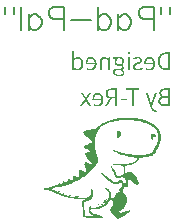
<source format=gbo>
G04 Layer: BottomSilkscreenLayer*
G04 EasyEDA v6.5.5, 2022-07-09 13:00:11*
G04 71ddd04add3b4de38a8b36f784c4d6f3,20d39a695127413eb41274384cfbb926,10*
G04 Gerber Generator version 0.2*
G04 Scale: 100 percent, Rotated: No, Reflected: No *
G04 Dimensions in millimeters *
G04 leading zeros omitted , absolute positions ,4 integer and 5 decimal *
%FSLAX45Y45*%
%MOMM*%

%ADD32C,0.2032*%

%LPD*%
G36*
X1824634Y8003641D02*
G01*
X1810766Y8003336D01*
X1796846Y8002727D01*
X1783029Y8001812D01*
X1769262Y8000492D01*
X1755648Y7998917D01*
X1742186Y7996986D01*
X1728876Y7994751D01*
X1715820Y7992211D01*
X1703019Y7989366D01*
X1690522Y7986268D01*
X1678330Y7982915D01*
X1666544Y7979257D01*
X1655114Y7975346D01*
X1644142Y7971180D01*
X1633626Y7966760D01*
X1623669Y7962138D01*
X1614220Y7957312D01*
X1605330Y7952231D01*
X1597101Y7946948D01*
X1589481Y7941462D01*
X1582572Y7935772D01*
X1576374Y7929930D01*
X1567484Y7921040D01*
X1563674Y7917637D01*
X1560068Y7914843D01*
X1556410Y7912557D01*
X1552448Y7910626D01*
X1548079Y7909001D01*
X1542999Y7907629D01*
X1537004Y7906359D01*
X1521510Y7903870D01*
X1502359Y7901178D01*
X1486306Y7898434D01*
X1473200Y7895539D01*
X1467764Y7894015D01*
X1463090Y7892389D01*
X1459128Y7890611D01*
X1455877Y7888782D01*
X1453337Y7886750D01*
X1451508Y7884617D01*
X1450441Y7882280D01*
X1450035Y7879791D01*
X1450340Y7877098D01*
X1451305Y7874152D01*
X1452981Y7871002D01*
X1455369Y7867599D01*
X1458417Y7863941D01*
X1462125Y7859979D01*
X1471574Y7851190D01*
X1483664Y7841132D01*
X1498600Y7829245D01*
X1512671Y7817612D01*
X1523339Y7808112D01*
X1529283Y7801965D01*
X1530045Y7800441D01*
X1529334Y7799324D01*
X1527251Y7797698D01*
X1519529Y7793380D01*
X1508099Y7788097D01*
X1478534Y7775956D01*
X1472285Y7773009D01*
X1467104Y7770215D01*
X1462938Y7767523D01*
X1459788Y7764881D01*
X1457706Y7762240D01*
X1456588Y7759649D01*
X1456537Y7757007D01*
X1457452Y7754315D01*
X1459331Y7751470D01*
X1462227Y7748524D01*
X1466088Y7745425D01*
X1470964Y7742123D01*
X1483512Y7734706D01*
X1497584Y7726781D01*
X1502613Y7723682D01*
X1506321Y7721041D01*
X1508709Y7718907D01*
X1509826Y7717078D01*
X1509674Y7715656D01*
X1508252Y7714437D01*
X1505610Y7713421D01*
X1501749Y7712557D01*
X1484325Y7710170D01*
X1479042Y7709153D01*
X1474622Y7707884D01*
X1471066Y7706309D01*
X1468374Y7704378D01*
X1466545Y7702092D01*
X1465630Y7699400D01*
X1465580Y7696301D01*
X1466392Y7692644D01*
X1468120Y7688478D01*
X1470761Y7683703D01*
X1474266Y7678318D01*
X1484071Y7665567D01*
X1511808Y7633309D01*
X1516837Y7627112D01*
X1520494Y7622184D01*
X1522780Y7618475D01*
X1523695Y7615834D01*
X1523187Y7614310D01*
X1521358Y7613700D01*
X1518208Y7614056D01*
X1513687Y7615224D01*
X1487779Y7624064D01*
X1482394Y7625384D01*
X1477619Y7626197D01*
X1473504Y7626400D01*
X1469999Y7626045D01*
X1467053Y7625130D01*
X1464716Y7623556D01*
X1462938Y7621371D01*
X1461719Y7618526D01*
X1461008Y7615072D01*
X1460855Y7610906D01*
X1461109Y7606030D01*
X1461922Y7600492D01*
X1463141Y7594193D01*
X1470152Y7564983D01*
X1471168Y7559548D01*
X1471726Y7555077D01*
X1471879Y7551420D01*
X1471523Y7548625D01*
X1470660Y7546644D01*
X1469237Y7545425D01*
X1467256Y7544917D01*
X1464665Y7545120D01*
X1461414Y7545933D01*
X1453032Y7549388D01*
X1435862Y7557820D01*
X1430782Y7559954D01*
X1426514Y7561325D01*
X1423009Y7561783D01*
X1420215Y7561325D01*
X1418082Y7559954D01*
X1416558Y7557566D01*
X1415542Y7554112D01*
X1415084Y7549540D01*
X1415034Y7543800D01*
X1415440Y7536891D01*
X1416812Y7521194D01*
X1417066Y7514793D01*
X1416862Y7509408D01*
X1416202Y7505090D01*
X1415135Y7501788D01*
X1413560Y7499553D01*
X1411528Y7498232D01*
X1408938Y7497927D01*
X1405839Y7498537D01*
X1402181Y7500112D01*
X1398016Y7502652D01*
X1393240Y7506004D01*
X1384604Y7510881D01*
X1376476Y7512761D01*
X1370330Y7511592D01*
X1367688Y7507325D01*
X1366723Y7498689D01*
X1365046Y7489240D01*
X1363065Y7481265D01*
X1361389Y7477150D01*
X1359560Y7477099D01*
X1355902Y7478115D01*
X1350924Y7480096D01*
X1339138Y7485735D01*
X1334160Y7487462D01*
X1330147Y7487920D01*
X1326946Y7487107D01*
X1324406Y7484872D01*
X1322324Y7481214D01*
X1320596Y7475981D01*
X1317193Y7460081D01*
X1314805Y7456068D01*
X1310589Y7456373D01*
X1296568Y7463129D01*
X1291437Y7465212D01*
X1287221Y7466177D01*
X1283868Y7465974D01*
X1281125Y7464602D01*
X1278788Y7461961D01*
X1276705Y7457998D01*
X1271676Y7444841D01*
X1268882Y7441539D01*
X1264818Y7442200D01*
X1251966Y7449972D01*
X1247800Y7451394D01*
X1244904Y7450581D01*
X1242466Y7447686D01*
X1235456Y7436408D01*
X1230934Y7431227D01*
X1227175Y7430871D01*
X1218184Y7437018D01*
X1214374Y7437424D01*
X1209954Y7435240D01*
X1202080Y7428585D01*
X1195984Y7425181D01*
X1187450Y7421575D01*
X1176782Y7417917D01*
X1164183Y7414209D01*
X1149959Y7410551D01*
X1140474Y7408418D01*
X1182166Y7408418D01*
X1183182Y7409434D01*
X1186891Y7410246D01*
X1193444Y7411110D01*
X1227785Y7414209D01*
X1239215Y7415682D01*
X1250797Y7417612D01*
X1262430Y7419848D01*
X1274114Y7422438D01*
X1285900Y7425436D01*
X1297635Y7428738D01*
X1309420Y7432344D01*
X1321206Y7436307D01*
X1332941Y7440574D01*
X1344625Y7445146D01*
X1356258Y7449972D01*
X1367790Y7455103D01*
X1390599Y7466177D01*
X1412900Y7478268D01*
X1434490Y7491272D01*
X1445006Y7498080D01*
X1455318Y7505141D01*
X1465376Y7512354D01*
X1475181Y7519720D01*
X1484731Y7527290D01*
X1494028Y7535062D01*
X1502968Y7542936D01*
X1511604Y7550962D01*
X1519936Y7559141D01*
X1527860Y7567422D01*
X1535430Y7575803D01*
X1542643Y7584287D01*
X1549400Y7592923D01*
X1555800Y7601559D01*
X1561693Y7610348D01*
X1565605Y7616850D01*
X1569059Y7623352D01*
X1571904Y7629855D01*
X1574241Y7636205D01*
X1576019Y7642453D01*
X1577289Y7648448D01*
X1577949Y7654188D01*
X1578000Y7659624D01*
X1577492Y7664602D01*
X1576374Y7669174D01*
X1574698Y7673238D01*
X1570685Y7679080D01*
X1569059Y7682179D01*
X1565808Y7690358D01*
X1562608Y7700822D01*
X1559610Y7713014D01*
X1556918Y7726476D01*
X1554530Y7740700D01*
X1552651Y7755178D01*
X1551279Y7769504D01*
X1550568Y7783118D01*
X1550568Y7795514D01*
X1551228Y7808874D01*
X1552295Y7821523D01*
X1553819Y7833563D01*
X1555750Y7844942D01*
X1558137Y7855712D01*
X1560982Y7865922D01*
X1564386Y7875574D01*
X1568297Y7884668D01*
X1572717Y7893253D01*
X1577746Y7901330D01*
X1583334Y7908899D01*
X1589582Y7916062D01*
X1596390Y7922768D01*
X1603857Y7929067D01*
X1612036Y7935010D01*
X1620875Y7940548D01*
X1630375Y7945729D01*
X1640687Y7950606D01*
X1651711Y7955178D01*
X1663496Y7959496D01*
X1676044Y7963509D01*
X1689455Y7967319D01*
X1703679Y7970875D01*
X1718716Y7974279D01*
X1730857Y7976616D01*
X1743303Y7978648D01*
X1755952Y7980324D01*
X1768856Y7981645D01*
X1781911Y7982661D01*
X1795068Y7983321D01*
X1808378Y7983626D01*
X1821738Y7983677D01*
X1835099Y7983372D01*
X1848408Y7982762D01*
X1861718Y7981848D01*
X1874926Y7980680D01*
X1888032Y7979156D01*
X1907336Y7976412D01*
X1919935Y7974228D01*
X1932330Y7971739D01*
X1944370Y7968996D01*
X1956104Y7965998D01*
X1967484Y7962747D01*
X1978456Y7959242D01*
X1988972Y7955483D01*
X1999030Y7951520D01*
X2008581Y7947304D01*
X2017522Y7942884D01*
X2025954Y7938211D01*
X2033727Y7933283D01*
X2040839Y7928203D01*
X2048967Y7921447D01*
X2057806Y7912963D01*
X2061768Y7908645D01*
X2065426Y7904276D01*
X2068830Y7899806D01*
X2071928Y7895285D01*
X2074722Y7890713D01*
X2077262Y7886039D01*
X2079498Y7881264D01*
X2081428Y7876438D01*
X2083054Y7871459D01*
X2084425Y7866430D01*
X2085492Y7861300D01*
X2086254Y7856067D01*
X2086762Y7850733D01*
X2086965Y7845247D01*
X2086508Y7833969D01*
X2085848Y7828127D01*
X2083663Y7816088D01*
X2082139Y7809839D01*
X2078228Y7796936D01*
X2073198Y7783423D01*
X2067001Y7769250D01*
X2059686Y7754416D01*
X2051151Y7738719D01*
X2043531Y7725409D01*
X2040077Y7720025D01*
X2036673Y7715402D01*
X2033320Y7711389D01*
X2029764Y7707985D01*
X2026005Y7705090D01*
X2021839Y7702600D01*
X2017268Y7700467D01*
X2012035Y7698638D01*
X2006142Y7696962D01*
X1991766Y7693914D01*
X1973173Y7690713D01*
X1963724Y7689392D01*
X1953514Y7688478D01*
X1942642Y7687970D01*
X1931111Y7687767D01*
X1919071Y7687919D01*
X1906574Y7688427D01*
X1893773Y7689240D01*
X1880616Y7690358D01*
X1853895Y7693456D01*
X1840433Y7695438D01*
X1813763Y7700111D01*
X1800707Y7702803D01*
X1775612Y7708849D01*
X1763725Y7712151D01*
X1752346Y7715656D01*
X1741678Y7719314D01*
X1731670Y7723073D01*
X1722475Y7727035D01*
X1714144Y7731099D01*
X1706981Y7734198D01*
X1701495Y7735163D01*
X1697989Y7733944D01*
X1696720Y7730693D01*
X1697075Y7729270D01*
X1697989Y7727746D01*
X1699514Y7726070D01*
X1704289Y7722412D01*
X1711045Y7718348D01*
X1719580Y7713980D01*
X1729689Y7709408D01*
X1741068Y7704683D01*
X1753565Y7699908D01*
X1780743Y7690510D01*
X1795018Y7686090D01*
X1809394Y7681975D01*
X1823618Y7678216D01*
X1837537Y7674864D01*
X1850847Y7672120D01*
X1863343Y7669936D01*
X1895348Y7665567D01*
X1900631Y7664500D01*
X1904390Y7663332D01*
X1906727Y7661909D01*
X1907692Y7660284D01*
X1907387Y7658201D01*
X1905965Y7655661D01*
X1903526Y7652562D01*
X1895906Y7644282D01*
X1889302Y7637780D01*
X1882444Y7632141D01*
X1875078Y7627264D01*
X1867001Y7623200D01*
X1858111Y7619796D01*
X1853336Y7618323D01*
X1842871Y7615936D01*
X1831086Y7614158D01*
X1817928Y7612938D01*
X1803095Y7612227D01*
X1786483Y7612024D01*
X1732838Y7613040D01*
X1719884Y7612989D01*
X1709877Y7612684D01*
X1702917Y7612125D01*
X1698955Y7611364D01*
X1698091Y7610906D01*
X1698040Y7610398D01*
X1698701Y7609890D01*
X1700174Y7609281D01*
X1705457Y7608062D01*
X1713890Y7606741D01*
X1725472Y7605318D01*
X1756359Y7602524D01*
X1768754Y7601000D01*
X1773834Y7599984D01*
X1778254Y7598714D01*
X1782013Y7597140D01*
X1785213Y7595209D01*
X1787855Y7592872D01*
X1790090Y7590078D01*
X1791919Y7586675D01*
X1793341Y7582712D01*
X1794560Y7578090D01*
X1795475Y7572756D01*
X1796897Y7559649D01*
X1799488Y7523276D01*
X1764995Y7513320D01*
X1758238Y7511592D01*
X1752498Y7510576D01*
X1747570Y7510322D01*
X1743354Y7511034D01*
X1739544Y7512812D01*
X1736039Y7515707D01*
X1732635Y7519924D01*
X1729079Y7525562D01*
X1725218Y7532725D01*
X1715922Y7552181D01*
X1707896Y7568336D01*
X1700987Y7580528D01*
X1697989Y7585049D01*
X1695348Y7588503D01*
X1693011Y7590891D01*
X1691081Y7592110D01*
X1689506Y7592212D01*
X1688388Y7591145D01*
X1687728Y7588859D01*
X1687474Y7585405D01*
X1687779Y7583373D01*
X1690217Y7575753D01*
X1694688Y7564170D01*
X1700834Y7549438D01*
X1708302Y7532471D01*
X1721154Y7504887D01*
X1724101Y7500264D01*
X1727962Y7496505D01*
X1732635Y7493660D01*
X1737969Y7491780D01*
X1743862Y7490866D01*
X1750161Y7491018D01*
X1756765Y7492136D01*
X1763522Y7494371D01*
X1769160Y7496505D01*
X1774342Y7498080D01*
X1779168Y7499045D01*
X1783588Y7499400D01*
X1787702Y7499197D01*
X1791411Y7498283D01*
X1794865Y7496759D01*
X1798015Y7494574D01*
X1800860Y7491679D01*
X1803450Y7488072D01*
X1805838Y7483754D01*
X1808022Y7478674D01*
X1810004Y7472832D01*
X1811832Y7466228D01*
X1813509Y7458811D01*
X1818233Y7432090D01*
X1801520Y7448042D01*
X1794814Y7454849D01*
X1788922Y7461605D01*
X1784502Y7467600D01*
X1780590Y7474813D01*
X1777898Y7476591D01*
X1774139Y7477302D01*
X1769364Y7476896D01*
X1763572Y7475372D01*
X1756867Y7472781D01*
X1749145Y7469124D01*
X1737868Y7462977D01*
X1735124Y7461910D01*
X1732330Y7461097D01*
X1729384Y7460589D01*
X1726336Y7460437D01*
X1723136Y7460538D01*
X1716328Y7461808D01*
X1712671Y7462926D01*
X1704797Y7466279D01*
X1700530Y7468463D01*
X1691335Y7474000D01*
X1681175Y7481062D01*
X1669846Y7489698D01*
X1657299Y7500010D01*
X1643380Y7512050D01*
X1628089Y7525867D01*
X1619453Y7532370D01*
X1611782Y7535773D01*
X1606245Y7535824D01*
X1604162Y7532116D01*
X1604873Y7530592D01*
X1607058Y7527747D01*
X1614982Y7518958D01*
X1626717Y7507071D01*
X1641043Y7493253D01*
X1655622Y7480046D01*
X1669389Y7468616D01*
X1682242Y7459065D01*
X1694180Y7451344D01*
X1699768Y7448194D01*
X1710232Y7443317D01*
X1715058Y7441590D01*
X1719681Y7440320D01*
X1723948Y7439558D01*
X1728012Y7439253D01*
X1731772Y7439456D01*
X1735226Y7440117D01*
X1738375Y7441285D01*
X1741271Y7442962D01*
X1752803Y7452766D01*
X1761032Y7457186D01*
X1767941Y7458252D01*
X1773224Y7455814D01*
X1775764Y7452817D01*
X1781708Y7443876D01*
X1786737Y7434834D01*
X1788109Y7431582D01*
X1788363Y7430058D01*
X1784451Y7432243D01*
X1781759Y7432141D01*
X1779371Y7430566D01*
X1777288Y7427925D01*
X1775815Y7424369D01*
X1774952Y7420254D01*
X1775002Y7415784D01*
X1776018Y7411262D01*
X1778203Y7404912D01*
X1778558Y7402525D01*
X1776780Y7403947D01*
X1768449Y7414056D01*
X1766570Y7415631D01*
X1766671Y7413599D01*
X1768297Y7407808D01*
X1769211Y7403541D01*
X1769211Y7400239D01*
X1768297Y7398105D01*
X1766468Y7397394D01*
X1764588Y7397851D01*
X1762963Y7399070D01*
X1761896Y7400899D01*
X1761540Y7403185D01*
X1760982Y7404353D01*
X1759457Y7403338D01*
X1757273Y7400391D01*
X1754581Y7395667D01*
X1749907Y7386421D01*
X1748078Y7381392D01*
X1748942Y7379258D01*
X1752295Y7378852D01*
X1753971Y7379258D01*
X1755190Y7380376D01*
X1755851Y7382052D01*
X1755749Y7386269D01*
X1756664Y7388352D01*
X1758238Y7390180D01*
X1760372Y7391400D01*
X1765300Y7390942D01*
X1766011Y7386116D01*
X1763014Y7379665D01*
X1756918Y7374229D01*
X1753311Y7372502D01*
X1750364Y7371486D01*
X1748383Y7371283D01*
X1746910Y7372553D01*
X1744929Y7372299D01*
X1741982Y7371334D01*
X1738375Y7369606D01*
X1734820Y7367066D01*
X1732025Y7363764D01*
X1730197Y7360158D01*
X1729689Y7356703D01*
X1730044Y7352588D01*
X1730451Y7351217D01*
X1731162Y7352639D01*
X1732330Y7356856D01*
X1733702Y7360005D01*
X1735988Y7362596D01*
X1738782Y7364323D01*
X1741779Y7364984D01*
X1745234Y7364628D01*
X1746250Y7363256D01*
X1744675Y7360361D01*
X1740458Y7355433D01*
X1735937Y7351318D01*
X1731111Y7348778D01*
X1725879Y7347813D01*
X1720088Y7348321D01*
X1713484Y7349286D01*
X1712772Y7348981D01*
X1716125Y7346797D01*
X1717344Y7344968D01*
X1717598Y7342835D01*
X1716887Y7340701D01*
X1716024Y7338923D01*
X1716176Y7338059D01*
X1717192Y7338059D01*
X1721256Y7340142D01*
X1722932Y7340650D01*
X1724101Y7340600D01*
X1724507Y7339888D01*
X1723034Y7338212D01*
X1719021Y7335469D01*
X1713331Y7332014D01*
X1699666Y7324699D01*
X1693316Y7321600D01*
X1688185Y7319467D01*
X1685086Y7318654D01*
X1684375Y7319264D01*
X1684426Y7320838D01*
X1685137Y7323226D01*
X1688338Y7330338D01*
X1689404Y7335215D01*
X1689709Y7340549D01*
X1689404Y7346289D01*
X1688490Y7352284D01*
X1687017Y7358481D01*
X1685036Y7364730D01*
X1682597Y7370927D01*
X1679752Y7376972D01*
X1676501Y7382764D01*
X1672945Y7388148D01*
X1669135Y7393025D01*
X1665122Y7397343D01*
X1660906Y7400950D01*
X1656537Y7403744D01*
X1652117Y7405624D01*
X1645005Y7407452D01*
X1639722Y7408113D01*
X1636268Y7407706D01*
X1634744Y7406335D01*
X1635048Y7404100D01*
X1637334Y7401153D01*
X1641602Y7397546D01*
X1652625Y7390384D01*
X1656740Y7386929D01*
X1660296Y7383119D01*
X1663293Y7378953D01*
X1665732Y7374432D01*
X1667560Y7369556D01*
X1668830Y7364272D01*
X1669592Y7358634D01*
X1669745Y7352538D01*
X1669389Y7346035D01*
X1668475Y7339126D01*
X1667002Y7331760D01*
X1664258Y7322312D01*
X1662531Y7317892D01*
X1660448Y7313574D01*
X1657908Y7309205D01*
X1654911Y7304786D01*
X1651355Y7300112D01*
X1647189Y7295184D01*
X1636826Y7284161D01*
X1623212Y7270902D01*
X1619808Y7268006D01*
X1615795Y7265212D01*
X1611223Y7262418D01*
X1600708Y7257135D01*
X1588820Y7252309D01*
X1576120Y7248042D01*
X1563268Y7244435D01*
X1550720Y7241692D01*
X1539189Y7239863D01*
X1533956Y7239355D01*
X1524914Y7239203D01*
X1521256Y7239609D01*
X1518259Y7240371D01*
X1516024Y7241438D01*
X1514602Y7242860D01*
X1514094Y7244689D01*
X1514500Y7246924D01*
X1514398Y7252360D01*
X1510182Y7253833D01*
X1504442Y7251547D01*
X1499768Y7245756D01*
X1497736Y7240219D01*
X1496314Y7234681D01*
X1495653Y7229144D01*
X1495552Y7223759D01*
X1496161Y7218476D01*
X1497330Y7213295D01*
X1499108Y7208316D01*
X1501495Y7203490D01*
X1504442Y7198969D01*
X1507896Y7194651D01*
X1511909Y7190638D01*
X1516430Y7186930D01*
X1521460Y7183577D01*
X1526946Y7180630D01*
X1532940Y7178090D01*
X1543659Y7174636D01*
X1546199Y7173569D01*
X1546656Y7172756D01*
X1544980Y7172096D01*
X1540967Y7171639D01*
X1525117Y7171080D01*
X1489964Y7170928D01*
X1484325Y7171232D01*
X1479550Y7171791D01*
X1475587Y7172706D01*
X1472285Y7174026D01*
X1469694Y7175855D01*
X1467612Y7178243D01*
X1466037Y7181240D01*
X1464818Y7184948D01*
X1463954Y7189419D01*
X1462836Y7200950D01*
X1462074Y7216444D01*
X1461058Y7231329D01*
X1459534Y7246010D01*
X1457756Y7258659D01*
X1454404Y7274356D01*
X1454048Y7279894D01*
X1455013Y7284415D01*
X1457350Y7288072D01*
X1461211Y7291070D01*
X1466748Y7293508D01*
X1474063Y7295489D01*
X1483360Y7297216D01*
X1488287Y7298436D01*
X1493367Y7300366D01*
X1498549Y7303008D01*
X1503629Y7306208D01*
X1508607Y7309916D01*
X1513382Y7314082D01*
X1517853Y7318603D01*
X1521968Y7323328D01*
X1525524Y7328306D01*
X1528572Y7333335D01*
X1530959Y7338364D01*
X1532585Y7343343D01*
X1533652Y7348677D01*
X1534312Y7354468D01*
X1534668Y7360615D01*
X1534668Y7366863D01*
X1533753Y7379004D01*
X1532890Y7384592D01*
X1531772Y7389520D01*
X1530451Y7393686D01*
X1528927Y7396886D01*
X1527251Y7398969D01*
X1525422Y7399680D01*
X1522526Y7399020D01*
X1520647Y7397089D01*
X1519732Y7393889D01*
X1519885Y7389520D01*
X1520494Y7383272D01*
X1520494Y7377175D01*
X1519986Y7371334D01*
X1518970Y7365746D01*
X1517396Y7360412D01*
X1515364Y7355433D01*
X1512824Y7350709D01*
X1509877Y7346391D01*
X1506474Y7342428D01*
X1502664Y7338872D01*
X1498447Y7335723D01*
X1493875Y7333030D01*
X1488948Y7330795D01*
X1483664Y7329068D01*
X1478076Y7327849D01*
X1472184Y7327188D01*
X1457706Y7326630D01*
X1442059Y7326477D01*
X1426260Y7326680D01*
X1411224Y7327239D01*
X1398016Y7328103D01*
X1387652Y7329220D01*
X1380998Y7330490D01*
X1379474Y7331202D01*
X1379220Y7331913D01*
X1381455Y7333386D01*
X1385722Y7334351D01*
X1391462Y7334808D01*
X1404315Y7334402D01*
X1409547Y7334808D01*
X1413052Y7335723D01*
X1414322Y7337094D01*
X1412900Y7338669D01*
X1408988Y7340244D01*
X1403248Y7341616D01*
X1396187Y7342581D01*
X1389278Y7342987D01*
X1383944Y7342886D01*
X1380642Y7342276D01*
X1379982Y7341209D01*
X1380134Y7339838D01*
X1379169Y7338263D01*
X1377238Y7336688D01*
X1374546Y7335367D01*
X1369923Y7333996D01*
X1364589Y7333132D01*
X1358900Y7332675D01*
X1353261Y7332725D01*
X1348028Y7333132D01*
X1343507Y7333996D01*
X1340104Y7335266D01*
X1338122Y7336942D01*
X1338173Y7338517D01*
X1340510Y7339634D01*
X1344777Y7340092D01*
X1355598Y7339431D01*
X1358188Y7339431D01*
X1358087Y7339736D01*
X1351330Y7341565D01*
X1348587Y7343140D01*
X1347165Y7344918D01*
X1347470Y7350048D01*
X1343609Y7350963D01*
X1337868Y7349591D01*
X1331010Y7345070D01*
X1328978Y7344460D01*
X1326438Y7344156D01*
X1323289Y7344105D01*
X1315618Y7345019D01*
X1306068Y7347051D01*
X1294892Y7350150D01*
X1282344Y7354316D01*
X1268577Y7359446D01*
X1253845Y7365441D01*
X1238300Y7372299D01*
X1222197Y7379919D01*
X1201978Y7390079D01*
X1195120Y7393787D01*
X1190447Y7396683D01*
X1187856Y7398664D01*
X1187297Y7399883D01*
X1188720Y7400290D01*
X1192123Y7399985D01*
X1208278Y7397445D01*
X1186891Y7405674D01*
X1183487Y7407198D01*
X1182166Y7408418D01*
X1140474Y7408418D01*
X1121016Y7404455D01*
X1157224Y7404455D01*
X1157833Y7405217D01*
X1160272Y7405725D01*
X1164336Y7405878D01*
X1168349Y7405725D01*
X1170787Y7405217D01*
X1171448Y7404455D01*
X1170127Y7403592D01*
X1167384Y7402830D01*
X1164336Y7402626D01*
X1161237Y7402830D01*
X1158544Y7403592D01*
X1157224Y7404455D01*
X1121016Y7404455D01*
X1109167Y7402322D01*
X1107490Y7401712D01*
X1107744Y7400848D01*
X1109929Y7399680D01*
X1113891Y7398308D01*
X1126896Y7394956D01*
X1146098Y7390942D01*
X1157020Y7388402D01*
X1169873Y7384694D01*
X1183944Y7380020D01*
X1198626Y7374636D01*
X1213104Y7368794D01*
X1239316Y7357008D01*
X1263345Y7346899D01*
X1274927Y7342479D01*
X1286357Y7338415D01*
X1297635Y7334707D01*
X1308862Y7331405D01*
X1320088Y7328408D01*
X1331366Y7325766D01*
X1342745Y7323429D01*
X1354328Y7321397D01*
X1366062Y7319670D01*
X1378153Y7318197D01*
X1390548Y7316978D01*
X1403350Y7316012D01*
X1436624Y7314234D01*
X1451203Y7313269D01*
X1460652Y7312202D01*
X1463598Y7311694D01*
X1465326Y7311136D01*
X1466037Y7310526D01*
X1465630Y7309916D01*
X1464259Y7309256D01*
X1456944Y7307021D01*
X1452676Y7305192D01*
X1449019Y7303008D01*
X1445971Y7300468D01*
X1443532Y7297521D01*
X1441653Y7294168D01*
X1440383Y7290308D01*
X1439621Y7285939D01*
X1439418Y7281011D01*
X1439672Y7275474D01*
X1440484Y7269378D01*
X1442770Y7257288D01*
X1444548Y7244283D01*
X1445869Y7229398D01*
X1446631Y7214565D01*
X1446682Y7192924D01*
X1446885Y7184948D01*
X1447596Y7178243D01*
X1448257Y7175398D01*
X1449120Y7172807D01*
X1450238Y7170470D01*
X1451711Y7168388D01*
X1453489Y7166508D01*
X1455623Y7164882D01*
X1458214Y7163460D01*
X1461211Y7162190D01*
X1464716Y7161072D01*
X1473250Y7159294D01*
X1484122Y7157974D01*
X1497634Y7156958D01*
X1533652Y7155332D01*
X1580184Y7153656D01*
X1597660Y7153351D01*
X1609801Y7153605D01*
X1614170Y7153960D01*
X1617472Y7154468D01*
X1619910Y7155129D01*
X1621485Y7155942D01*
X1622399Y7156958D01*
X1622653Y7158126D01*
X1621942Y7161022D01*
X1619808Y7163816D01*
X1616151Y7166660D01*
X1610766Y7169505D01*
X1603705Y7172452D01*
X1594764Y7175550D01*
X1583842Y7178802D01*
X1561896Y7184745D01*
X1546555Y7189470D01*
X1540154Y7191857D01*
X1534464Y7194245D01*
X1529537Y7196683D01*
X1525320Y7199172D01*
X1521815Y7201763D01*
X1518869Y7204456D01*
X1516532Y7207250D01*
X1514754Y7210196D01*
X1513484Y7213295D01*
X1512112Y7217867D01*
X1511503Y7221321D01*
X1512163Y7223759D01*
X1514398Y7225487D01*
X1518767Y7226553D01*
X1525625Y7227214D01*
X1548587Y7228027D01*
X1561592Y7228890D01*
X1567992Y7229754D01*
X1574292Y7230872D01*
X1580540Y7232243D01*
X1586687Y7233869D01*
X1592783Y7235748D01*
X1604568Y7240219D01*
X1615897Y7245705D01*
X1626616Y7252106D01*
X1631797Y7255611D01*
X1636776Y7259370D01*
X1641551Y7263333D01*
X1646224Y7267549D01*
X1650644Y7271918D01*
X1658924Y7281316D01*
X1670456Y7295388D01*
X1675028Y7300468D01*
X1678939Y7304328D01*
X1682242Y7306970D01*
X1685137Y7308443D01*
X1687728Y7308799D01*
X1690014Y7308088D01*
X1692249Y7306309D01*
X1694484Y7303516D01*
X1696770Y7299756D01*
X1699310Y7295032D01*
X1702104Y7288733D01*
X1703781Y7282688D01*
X1704339Y7276744D01*
X1703781Y7270800D01*
X1702054Y7264806D01*
X1699158Y7258659D01*
X1695094Y7252258D01*
X1684731Y7238847D01*
X1681225Y7232903D01*
X1679346Y7227316D01*
X1679041Y7221931D01*
X1680413Y7216546D01*
X1683410Y7210907D01*
X1688033Y7204913D01*
X1697939Y7194803D01*
X1705610Y7186472D01*
X1713331Y7177328D01*
X1720240Y7168540D01*
X1726742Y7159701D01*
X1730349Y7155688D01*
X1734007Y7152640D01*
X1737766Y7150404D01*
X1741728Y7149134D01*
X1745996Y7148728D01*
X1750568Y7149236D01*
X1755597Y7150608D01*
X1761134Y7152944D01*
X1767230Y7156145D01*
X1774037Y7160259D01*
X1796491Y7175347D01*
X1831238Y7197750D01*
X1840839Y7204608D01*
X1844446Y7207554D01*
X1847240Y7210145D01*
X1849221Y7212431D01*
X1850389Y7214362D01*
X1850847Y7215987D01*
X1850491Y7217206D01*
X1849424Y7218121D01*
X1847545Y7218680D01*
X1845005Y7218832D01*
X1841652Y7218680D01*
X1832914Y7217206D01*
X1821332Y7214209D01*
X1807006Y7209688D01*
X1792020Y7204608D01*
X1785518Y7202881D01*
X1779371Y7201611D01*
X1773682Y7200849D01*
X1768551Y7200544D01*
X1763979Y7200595D01*
X1760067Y7201103D01*
X1756918Y7201916D01*
X1754530Y7203135D01*
X1753006Y7204608D01*
X1752396Y7206437D01*
X1752803Y7208469D01*
X1754276Y7210755D01*
X1756867Y7213295D01*
X1760626Y7216038D01*
X1770583Y7221626D01*
X1775256Y7224623D01*
X1779727Y7227925D01*
X1783994Y7231481D01*
X1791817Y7239253D01*
X1795424Y7243470D01*
X1798828Y7247890D01*
X1804822Y7257186D01*
X1807514Y7262012D01*
X1812086Y7272070D01*
X1815642Y7282434D01*
X1818132Y7293000D01*
X1819605Y7303617D01*
X1819910Y7308900D01*
X1819910Y7314133D01*
X1819656Y7319314D01*
X1819097Y7324445D01*
X1818233Y7329474D01*
X1817065Y7334351D01*
X1815642Y7339126D01*
X1813864Y7343800D01*
X1811782Y7348270D01*
X1809394Y7352538D01*
X1806702Y7356652D01*
X1803654Y7360513D01*
X1795068Y7369708D01*
X1790852Y7374788D01*
X1787804Y7379360D01*
X1785772Y7383424D01*
X1784908Y7386980D01*
X1785061Y7390079D01*
X1786331Y7392619D01*
X1788718Y7394702D01*
X1790496Y7396784D01*
X1792427Y7400594D01*
X1794154Y7405624D01*
X1797456Y7419340D01*
X1799793Y7422743D01*
X1804111Y7422235D01*
X1811934Y7418476D01*
X1818589Y7415631D01*
X1824126Y7414514D01*
X1828393Y7415225D01*
X1831492Y7417663D01*
X1833422Y7421930D01*
X1834134Y7428026D01*
X1833676Y7435850D01*
X1830882Y7451852D01*
X1830374Y7457541D01*
X1830425Y7462469D01*
X1830984Y7466634D01*
X1832102Y7470089D01*
X1833727Y7472832D01*
X1835861Y7474762D01*
X1838452Y7475981D01*
X1841449Y7476388D01*
X1844903Y7476083D01*
X1848764Y7474966D01*
X1852980Y7473035D01*
X1857603Y7470343D01*
X1862531Y7466888D01*
X1867763Y7462570D01*
X1877872Y7453172D01*
X1886356Y7446060D01*
X1893976Y7440879D01*
X1900631Y7437475D01*
X1903577Y7436459D01*
X1906320Y7435799D01*
X1908810Y7435545D01*
X1911096Y7435697D01*
X1913077Y7436205D01*
X1914855Y7437069D01*
X1916379Y7438237D01*
X1917598Y7439761D01*
X1918614Y7441641D01*
X1919376Y7443774D01*
X1919884Y7446162D01*
X1920138Y7448854D01*
X1919833Y7455001D01*
X1918462Y7462062D01*
X1916023Y7469936D01*
X1912467Y7478522D01*
X1907844Y7487666D01*
X1902053Y7497267D01*
X1895144Y7507274D01*
X1887118Y7517536D01*
X1878228Y7527493D01*
X1873961Y7531557D01*
X1869795Y7535011D01*
X1865680Y7537754D01*
X1861515Y7539888D01*
X1857146Y7541412D01*
X1852574Y7542326D01*
X1847646Y7542733D01*
X1842312Y7542580D01*
X1836470Y7541920D01*
X1830019Y7540802D01*
X1807819Y7535519D01*
X1807819Y7554112D01*
X1807514Y7562240D01*
X1806600Y7570571D01*
X1805228Y7578140D01*
X1801622Y7590434D01*
X1803400Y7594142D01*
X1810613Y7596378D01*
X1832813Y7599375D01*
X1840230Y7600696D01*
X1847342Y7602270D01*
X1860753Y7606334D01*
X1867052Y7608824D01*
X1873148Y7611567D01*
X1878990Y7614615D01*
X1884578Y7617968D01*
X1889963Y7621625D01*
X1895093Y7625588D01*
X1900021Y7629855D01*
X1904746Y7634478D01*
X1909267Y7639354D01*
X1913585Y7644587D01*
X1921052Y7654645D01*
X1924202Y7658150D01*
X1927656Y7660792D01*
X1931771Y7662824D01*
X1937054Y7664348D01*
X1943862Y7665516D01*
X1977593Y7668869D01*
X1990039Y7670546D01*
X2001367Y7672628D01*
X2011680Y7675219D01*
X2021027Y7678420D01*
X2025446Y7680248D01*
X2029612Y7682280D01*
X2037537Y7687005D01*
X2044852Y7692593D01*
X2051710Y7699197D01*
X2058263Y7706918D01*
X2064512Y7715758D01*
X2070658Y7725918D01*
X2076805Y7737449D01*
X2083054Y7750454D01*
X2089505Y7765084D01*
X2096262Y7781340D01*
X2100021Y7791297D01*
X2103069Y7801102D01*
X2105456Y7810753D01*
X2107184Y7820253D01*
X2108200Y7829600D01*
X2108606Y7838795D01*
X2108352Y7847787D01*
X2107438Y7856626D01*
X2105914Y7865262D01*
X2103780Y7873695D01*
X2100986Y7881924D01*
X2097582Y7890002D01*
X2093569Y7897825D01*
X2088946Y7905394D01*
X2083714Y7912760D01*
X2077872Y7919923D01*
X2071522Y7926831D01*
X2064512Y7933486D01*
X2056993Y7939887D01*
X2048865Y7946034D01*
X2040178Y7951876D01*
X2030984Y7957464D01*
X2021230Y7962798D01*
X2010918Y7967827D01*
X2000046Y7972602D01*
X1988718Y7977022D01*
X1976831Y7981137D01*
X1964436Y7984998D01*
X1951532Y7988503D01*
X1938121Y7991652D01*
X1924202Y7994497D01*
X1909825Y7997037D01*
X1894941Y7999171D01*
X1879600Y8001000D01*
X1866036Y8002219D01*
X1852320Y8003082D01*
X1838502Y8003540D01*
G37*
G36*
X1754581Y7896656D02*
G01*
X1749907Y7896098D01*
X1742744Y7892592D01*
X1739950Y7890205D01*
X1737614Y7886395D01*
X1735734Y7881518D01*
X1734362Y7875879D01*
X1733448Y7869631D01*
X1733092Y7863179D01*
X1733143Y7856778D01*
X1733753Y7850682D01*
X1734870Y7845247D01*
X1736496Y7840624D01*
X1738680Y7837220D01*
X1741373Y7835239D01*
X1745792Y7834020D01*
X1750009Y7833817D01*
X1753920Y7834477D01*
X1757527Y7835950D01*
X1760778Y7838135D01*
X1763623Y7840980D01*
X1766112Y7844434D01*
X1768093Y7848346D01*
X1769618Y7852664D01*
X1770634Y7857286D01*
X1771040Y7862112D01*
X1770888Y7867142D01*
X1770125Y7872222D01*
X1768652Y7877302D01*
X1766468Y7882280D01*
X1763572Y7887106D01*
X1758543Y7893812D01*
G37*
G36*
X2040940Y7870291D02*
G01*
X2036572Y7869631D01*
X2032558Y7867903D01*
X2029053Y7865262D01*
X2026107Y7861706D01*
X2023872Y7857337D01*
X2022449Y7852206D01*
X2022043Y7846415D01*
X2022703Y7840014D01*
X2024227Y7833563D01*
X2026107Y7828076D01*
X2028240Y7823606D01*
X2030526Y7820152D01*
X2032914Y7817764D01*
X2035302Y7816494D01*
X2037537Y7816342D01*
X2039620Y7817307D01*
X2041347Y7819491D01*
X2042718Y7822895D01*
X2043633Y7827518D01*
X2044293Y7840370D01*
X2045868Y7843977D01*
X2049373Y7844840D01*
X2060092Y7842961D01*
X2063546Y7843164D01*
X2065832Y7844332D01*
X2066950Y7846314D01*
X2066899Y7849057D01*
X2065629Y7852511D01*
X2063140Y7856575D01*
X2059432Y7861147D01*
X2054910Y7865313D01*
X2050237Y7868208D01*
X2045563Y7869834D01*
G37*
G36*
X1236624Y7388098D02*
G01*
X1235557Y7387590D01*
X1236014Y7386116D01*
X1237843Y7383983D01*
X1240993Y7381341D01*
X1244854Y7378700D01*
X1248714Y7376515D01*
X1252118Y7375042D01*
X1254607Y7374534D01*
X1255674Y7375042D01*
X1255217Y7376515D01*
X1253388Y7378700D01*
X1250238Y7381341D01*
X1246378Y7383983D01*
X1242517Y7386116D01*
X1239113Y7387590D01*
G37*
G36*
X1284681Y7369606D02*
G01*
X1282903Y7369251D01*
X1281430Y7368235D01*
X1280414Y7366762D01*
X1280058Y7364984D01*
X1280414Y7363155D01*
X1281430Y7361681D01*
X1282903Y7360716D01*
X1284681Y7360361D01*
X1286510Y7360716D01*
X1287983Y7361681D01*
X1288948Y7363155D01*
X1289304Y7364984D01*
X1288948Y7366762D01*
X1287983Y7368235D01*
X1286510Y7369251D01*
G37*
G36*
X1301292Y7359954D02*
G01*
X1298041Y7359903D01*
X1295857Y7359396D01*
X1294841Y7358583D01*
X1295196Y7357516D01*
X1296771Y7356652D01*
X1298956Y7356297D01*
X1301496Y7356449D01*
X1304086Y7357160D01*
X1305966Y7358227D01*
X1306068Y7359040D01*
X1304493Y7359650D01*
G37*
G36*
X1313586Y7355382D02*
G01*
X1313129Y7354316D01*
X1314805Y7351064D01*
X1316329Y7349286D01*
X1318412Y7347813D01*
X1320800Y7346848D01*
X1323136Y7346543D01*
X1324914Y7346848D01*
X1325270Y7347813D01*
X1324203Y7349236D01*
X1321714Y7351064D01*
X1316380Y7354316D01*
G37*
G36*
X1430934Y7341463D02*
G01*
X1427683Y7341362D01*
X1425448Y7340904D01*
X1424432Y7340092D01*
X1424838Y7339025D01*
X1426413Y7338110D01*
X1428597Y7337755D01*
X1431137Y7337958D01*
X1433728Y7338669D01*
X1435608Y7339685D01*
X1435709Y7340549D01*
X1434134Y7341108D01*
G37*
G36*
X1653489Y7330795D02*
G01*
X1652168Y7329220D01*
X1650441Y7325614D01*
X1647342Y7317231D01*
X1646326Y7311898D01*
X1647342Y7310475D01*
X1650441Y7314031D01*
X1652168Y7317282D01*
X1653539Y7320991D01*
X1654403Y7324699D01*
X1654657Y7327950D01*
X1654302Y7330338D01*
G37*
G36*
X1631442Y7309408D02*
G01*
X1629613Y7308900D01*
X1628546Y7307529D01*
X1628190Y7305497D01*
X1628749Y7302957D01*
X1629003Y7299706D01*
X1627835Y7295540D01*
X1625498Y7291070D01*
X1622145Y7286752D01*
X1618284Y7282332D01*
X1616303Y7279284D01*
X1615948Y7277608D01*
X1617065Y7277303D01*
X1619554Y7278268D01*
X1623161Y7280554D01*
X1627733Y7284059D01*
X1633118Y7288784D01*
X1640941Y7296607D01*
X1645208Y7302042D01*
X1645462Y7304278D01*
X1639366Y7301738D01*
X1637893Y7301890D01*
X1636928Y7302855D01*
X1636115Y7306411D01*
X1635048Y7307986D01*
X1633423Y7309002D01*
G37*
G36*
X1607667Y7274559D02*
G01*
X1603349Y7274001D01*
X1601063Y7271512D01*
X1601876Y7267651D01*
X1603451Y7266228D01*
X1605788Y7265517D01*
X1608632Y7265517D01*
X1611630Y7266279D01*
X1614830Y7267803D01*
X1616100Y7269225D01*
X1615389Y7270800D01*
X1612849Y7272731D01*
G37*
G36*
X1581556Y7272375D02*
G01*
X1579524Y7272020D01*
X1577441Y7271003D01*
X1575511Y7269530D01*
X1574038Y7267752D01*
X1573276Y7265974D01*
X1573377Y7264501D01*
X1574241Y7263485D01*
X1575816Y7263130D01*
X1577848Y7263485D01*
X1579930Y7264501D01*
X1581810Y7265974D01*
X1583283Y7267752D01*
X1584045Y7269530D01*
X1583944Y7271003D01*
X1583131Y7272020D01*
G37*
G36*
X1357122Y8569198D02*
G01*
X1357122Y8434324D01*
X1373632Y8434324D01*
X1373632Y8493760D01*
X1380845Y8499297D01*
X1387805Y8503107D01*
X1394612Y8505240D01*
X1401572Y8505952D01*
X1406194Y8505596D01*
X1410563Y8504478D01*
X1414678Y8502751D01*
X1418539Y8500313D01*
X1422095Y8497316D01*
X1425244Y8493709D01*
X1428038Y8489594D01*
X1430375Y8484971D01*
X1432306Y8479891D01*
X1433677Y8474405D01*
X1434541Y8468512D01*
X1434846Y8462264D01*
X1434592Y8455761D01*
X1433931Y8449716D01*
X1432763Y8444128D01*
X1431137Y8439048D01*
X1429105Y8434476D01*
X1426616Y8430463D01*
X1423720Y8427008D01*
X1420418Y8424113D01*
X1416761Y8421827D01*
X1412646Y8420201D01*
X1408176Y8419185D01*
X1403350Y8418830D01*
X1395577Y8419846D01*
X1388110Y8422792D01*
X1380845Y8427618D01*
X1373632Y8434324D01*
X1357122Y8434324D01*
X1357122Y8407400D01*
X1370838Y8407400D01*
X1372108Y8420608D01*
X1372870Y8420608D01*
X1376273Y8417458D01*
X1379931Y8414512D01*
X1383893Y8411819D01*
X1388059Y8409482D01*
X1392428Y8407552D01*
X1397000Y8406130D01*
X1401775Y8405164D01*
X1406652Y8404860D01*
X1411732Y8405114D01*
X1416558Y8405825D01*
X1421130Y8406993D01*
X1425448Y8408670D01*
X1429461Y8410752D01*
X1433220Y8413292D01*
X1436624Y8416290D01*
X1439773Y8419744D01*
X1442567Y8423605D01*
X1445056Y8427923D01*
X1447139Y8432647D01*
X1448917Y8437778D01*
X1450289Y8443264D01*
X1451305Y8449208D01*
X1451914Y8455558D01*
X1452118Y8462264D01*
X1451864Y8468715D01*
X1451102Y8474862D01*
X1449882Y8480704D01*
X1448206Y8486190D01*
X1446123Y8491270D01*
X1443634Y8496046D01*
X1440840Y8500364D01*
X1437690Y8504326D01*
X1434236Y8507882D01*
X1430528Y8510981D01*
X1426565Y8513673D01*
X1422450Y8515858D01*
X1418132Y8517636D01*
X1413662Y8518906D01*
X1409039Y8519668D01*
X1404366Y8519922D01*
X1395374Y8519058D01*
X1387500Y8516518D01*
X1380134Y8512403D01*
X1372870Y8506968D01*
X1373632Y8526018D01*
X1373632Y8569198D01*
G37*
G36*
X1837689Y8563356D02*
G01*
X1833219Y8562594D01*
X1829612Y8560358D01*
X1827174Y8556802D01*
X1826260Y8552180D01*
X1827174Y8547404D01*
X1829612Y8543798D01*
X1833219Y8541512D01*
X1837689Y8540750D01*
X1842414Y8541512D01*
X1846122Y8543798D01*
X1848510Y8547404D01*
X1849374Y8552180D01*
X1848510Y8556802D01*
X1846122Y8560358D01*
X1842414Y8562594D01*
G37*
G36*
X2152396Y8556244D02*
G01*
X2145690Y8556040D01*
X2139340Y8555431D01*
X2133295Y8554415D01*
X2127605Y8553043D01*
X2122271Y8551265D01*
X2117242Y8549132D01*
X2112568Y8546592D01*
X2108250Y8543696D01*
X2104237Y8540445D01*
X2100580Y8536838D01*
X2097278Y8532825D01*
X2094280Y8528558D01*
X2091689Y8523884D01*
X2089404Y8518906D01*
X2087473Y8513572D01*
X2085898Y8507984D01*
X2084628Y8502040D01*
X2083765Y8495741D01*
X2083206Y8489188D01*
X2083054Y8482330D01*
X2100326Y8482330D01*
X2100529Y8489289D01*
X2101138Y8495842D01*
X2102205Y8501989D01*
X2103628Y8507780D01*
X2105507Y8513114D01*
X2107793Y8518042D01*
X2110486Y8522512D01*
X2113584Y8526576D01*
X2117140Y8530183D01*
X2121103Y8533333D01*
X2125522Y8536025D01*
X2130348Y8538260D01*
X2135581Y8539988D01*
X2141270Y8541258D01*
X2147366Y8542020D01*
X2153920Y8542274D01*
X2172208Y8542274D01*
X2172208Y8421116D01*
X2153920Y8421116D01*
X2147366Y8421370D01*
X2141270Y8422182D01*
X2135581Y8423503D01*
X2130348Y8425383D01*
X2125522Y8427669D01*
X2121103Y8430514D01*
X2117140Y8433765D01*
X2113584Y8437524D01*
X2110486Y8441690D01*
X2107793Y8446312D01*
X2105507Y8451342D01*
X2103628Y8456777D01*
X2102205Y8462619D01*
X2101138Y8468817D01*
X2100529Y8475421D01*
X2100326Y8482330D01*
X2083054Y8482330D01*
X2083206Y8475472D01*
X2083765Y8468868D01*
X2084628Y8462568D01*
X2085848Y8456574D01*
X2087473Y8450884D01*
X2089353Y8445550D01*
X2091639Y8440470D01*
X2094280Y8435746D01*
X2097227Y8431377D01*
X2100529Y8427364D01*
X2104136Y8423656D01*
X2108149Y8420303D01*
X2112416Y8417356D01*
X2117090Y8414766D01*
X2122068Y8412530D01*
X2127351Y8410702D01*
X2132990Y8409279D01*
X2138984Y8408212D01*
X2145284Y8407603D01*
X2151888Y8407400D01*
X2188972Y8407400D01*
X2188972Y8556244D01*
G37*
G36*
X2011172Y8519922D02*
G01*
X2004568Y8519515D01*
X1998472Y8518347D01*
X1992833Y8516366D01*
X1987804Y8513673D01*
X1983282Y8510270D01*
X1979320Y8506155D01*
X1975916Y8501430D01*
X1973072Y8496046D01*
X1970887Y8490000D01*
X1969262Y8483447D01*
X1968296Y8476284D01*
X1968082Y8470900D01*
X1982724Y8470900D01*
X1983232Y8479129D01*
X1984654Y8486292D01*
X1986991Y8492439D01*
X1990191Y8497468D01*
X1994255Y8501380D01*
X1999132Y8504174D01*
X2004771Y8505901D01*
X2011172Y8506460D01*
X2017166Y8505850D01*
X2022805Y8504072D01*
X2028088Y8501126D01*
X2032812Y8497062D01*
X2036876Y8491982D01*
X2040128Y8485886D01*
X2042515Y8478824D01*
X2043938Y8470900D01*
X1968082Y8470900D01*
X1968042Y8465820D01*
X1968398Y8460790D01*
X1968754Y8458708D01*
X2043684Y8458708D01*
X2043175Y8452764D01*
X2042058Y8447227D01*
X2040483Y8442045D01*
X2038400Y8437321D01*
X2035810Y8433054D01*
X2032812Y8429244D01*
X2029307Y8425942D01*
X2025446Y8423198D01*
X2021128Y8420963D01*
X2016455Y8419388D01*
X2011476Y8418423D01*
X2006092Y8418068D01*
X1998421Y8418677D01*
X1991309Y8420404D01*
X1984654Y8423198D01*
X1978406Y8426958D01*
X1972310Y8416036D01*
X1979726Y8411718D01*
X1983739Y8409838D01*
X1988007Y8408162D01*
X1992579Y8406790D01*
X1997405Y8405723D01*
X2002586Y8405114D01*
X2008124Y8404860D01*
X2013457Y8405114D01*
X2018690Y8405825D01*
X2023668Y8407044D01*
X2028494Y8408771D01*
X2033016Y8410905D01*
X2037334Y8413496D01*
X2041347Y8416544D01*
X2045004Y8420049D01*
X2048357Y8423960D01*
X2051354Y8428228D01*
X2053945Y8432952D01*
X2056130Y8438083D01*
X2057857Y8443569D01*
X2059127Y8449462D01*
X2059939Y8455660D01*
X2060193Y8462264D01*
X2059939Y8468766D01*
X2059127Y8474964D01*
X2057857Y8480806D01*
X2056130Y8486292D01*
X2053945Y8491372D01*
X2051405Y8496147D01*
X2048459Y8500465D01*
X2045207Y8504428D01*
X2041652Y8507933D01*
X2037842Y8511032D01*
X2033778Y8513724D01*
X2029561Y8515908D01*
X2025142Y8517636D01*
X2020570Y8518906D01*
X2015896Y8519668D01*
G37*
G36*
X1909572Y8519922D02*
G01*
X1899920Y8518956D01*
X1890979Y8516416D01*
X1882952Y8512505D01*
X1876043Y8507730D01*
X1884172Y8497062D01*
X1889912Y8500821D01*
X1895906Y8503869D01*
X1902409Y8505952D01*
X1909572Y8506714D01*
X1919020Y8505393D01*
X1925675Y8501786D01*
X1929587Y8496554D01*
X1930907Y8490204D01*
X1928926Y8483041D01*
X1923592Y8477808D01*
X1915922Y8473846D01*
X1900732Y8468004D01*
X1894738Y8465413D01*
X1889048Y8462467D01*
X1883867Y8459063D01*
X1879447Y8454948D01*
X1876043Y8450021D01*
X1873808Y8444026D01*
X1872996Y8436864D01*
X1873656Y8430463D01*
X1875536Y8424468D01*
X1878685Y8419033D01*
X1883054Y8414308D01*
X1888591Y8410346D01*
X1895297Y8407400D01*
X1903120Y8405520D01*
X1912112Y8404860D01*
X1917954Y8405164D01*
X1923694Y8405977D01*
X1929231Y8407349D01*
X1934565Y8409127D01*
X1939645Y8411311D01*
X1944420Y8413851D01*
X1948891Y8416747D01*
X1953006Y8419846D01*
X1944624Y8431022D01*
X1937308Y8425637D01*
X1929638Y8421471D01*
X1921205Y8418779D01*
X1911604Y8417814D01*
X1901596Y8419236D01*
X1894484Y8423148D01*
X1890166Y8428939D01*
X1888743Y8436102D01*
X1889353Y8440216D01*
X1890979Y8443772D01*
X1893570Y8446871D01*
X1896922Y8449564D01*
X1900834Y8451951D01*
X1905152Y8454034D01*
X1920239Y8459876D01*
X1926031Y8462365D01*
X1931517Y8465210D01*
X1936445Y8468563D01*
X1940712Y8472525D01*
X1944014Y8477250D01*
X1946148Y8482736D01*
X1946910Y8489188D01*
X1946249Y8495487D01*
X1944420Y8501278D01*
X1941322Y8506510D01*
X1937105Y8511032D01*
X1931771Y8514740D01*
X1925370Y8517534D01*
X1917954Y8519312D01*
G37*
G36*
X1755139Y8519922D02*
G01*
X1750771Y8519718D01*
X1746757Y8519109D01*
X1739900Y8517128D01*
X1702054Y8517128D01*
X1702054Y8504428D01*
X1725168Y8504428D01*
X1721307Y8499856D01*
X1718259Y8494217D01*
X1716227Y8487714D01*
X1715566Y8481060D01*
X1730756Y8481060D01*
X1731264Y8486851D01*
X1732686Y8492032D01*
X1734972Y8496554D01*
X1738020Y8500364D01*
X1741627Y8503412D01*
X1745742Y8505647D01*
X1750314Y8507018D01*
X1755139Y8507476D01*
X1760118Y8507018D01*
X1764792Y8505647D01*
X1768957Y8503462D01*
X1772615Y8500465D01*
X1775612Y8496655D01*
X1777847Y8492134D01*
X1779270Y8486952D01*
X1779778Y8481060D01*
X1779270Y8475065D01*
X1777796Y8469680D01*
X1775460Y8465007D01*
X1772412Y8461044D01*
X1768754Y8457895D01*
X1764538Y8455558D01*
X1759966Y8454136D01*
X1755139Y8453628D01*
X1750314Y8454136D01*
X1745742Y8455558D01*
X1741627Y8457895D01*
X1737969Y8461044D01*
X1734972Y8465007D01*
X1732686Y8469680D01*
X1731264Y8475065D01*
X1730756Y8481060D01*
X1715566Y8481060D01*
X1715871Y8474913D01*
X1716938Y8469579D01*
X1718614Y8464702D01*
X1720900Y8460232D01*
X1723694Y8456168D01*
X1727047Y8452612D01*
X1730857Y8449513D01*
X1735023Y8446973D01*
X1739646Y8444890D01*
X1744522Y8443417D01*
X1749704Y8442502D01*
X1755139Y8442198D01*
X1759457Y8442452D01*
X1763826Y8443163D01*
X1768144Y8444433D01*
X1772157Y8446262D01*
X1775002Y8443518D01*
X1777339Y8440420D01*
X1778965Y8436762D01*
X1779524Y8432292D01*
X1778558Y8427364D01*
X1775358Y8423503D01*
X1769364Y8421014D01*
X1759966Y8420100D01*
X1737868Y8420100D01*
X1729028Y8419693D01*
X1721408Y8418525D01*
X1714906Y8416594D01*
X1709623Y8413800D01*
X1705559Y8410143D01*
X1702612Y8405622D01*
X1700834Y8400237D01*
X1700275Y8393938D01*
X1700490Y8391652D01*
X1716532Y8391652D01*
X1718005Y8398357D01*
X1722323Y8402777D01*
X1729486Y8405164D01*
X1739392Y8405876D01*
X1759457Y8405876D01*
X1765858Y8406434D01*
X1773428Y8407908D01*
X1778863Y8403183D01*
X1782673Y8398205D01*
X1784908Y8393125D01*
X1785620Y8388096D01*
X1785061Y8383727D01*
X1783334Y8379815D01*
X1780590Y8376412D01*
X1776831Y8373465D01*
X1772107Y8371179D01*
X1766417Y8369452D01*
X1759915Y8368385D01*
X1752600Y8368030D01*
X1744776Y8368538D01*
X1737766Y8370062D01*
X1731568Y8372348D01*
X1726387Y8375345D01*
X1722170Y8378952D01*
X1719072Y8382914D01*
X1717192Y8387232D01*
X1716532Y8391652D01*
X1700490Y8391652D01*
X1700733Y8389061D01*
X1702003Y8384286D01*
X1704136Y8379714D01*
X1707032Y8375396D01*
X1710689Y8371382D01*
X1715109Y8367725D01*
X1720189Y8364474D01*
X1725930Y8361680D01*
X1732330Y8359444D01*
X1739290Y8357768D01*
X1746808Y8356701D01*
X1754886Y8356346D01*
X1761439Y8356549D01*
X1767586Y8357260D01*
X1773326Y8358327D01*
X1778558Y8359851D01*
X1783334Y8361832D01*
X1787601Y8364169D01*
X1791258Y8366912D01*
X1794357Y8370011D01*
X1796796Y8373465D01*
X1798624Y8377326D01*
X1799742Y8381542D01*
X1800098Y8386064D01*
X1798980Y8393023D01*
X1795780Y8399678D01*
X1790649Y8405825D01*
X1783842Y8411210D01*
X1783842Y8411972D01*
X1787855Y8415070D01*
X1791004Y8419134D01*
X1793036Y8424164D01*
X1793748Y8430260D01*
X1792630Y8436711D01*
X1789734Y8442350D01*
X1785823Y8446973D01*
X1781556Y8450580D01*
X1781556Y8451342D01*
X1786788Y8456472D01*
X1791309Y8463330D01*
X1794560Y8471611D01*
X1795780Y8481060D01*
X1795424Y8486749D01*
X1794306Y8492032D01*
X1792579Y8497011D01*
X1790192Y8501532D01*
X1787296Y8505596D01*
X1783842Y8509254D01*
X1779930Y8512403D01*
X1775612Y8515045D01*
X1770938Y8517128D01*
X1765909Y8518652D01*
X1760626Y8519617D01*
G37*
G36*
X1625600Y8519922D02*
G01*
X1620113Y8519617D01*
X1615186Y8518702D01*
X1610715Y8517178D01*
X1606753Y8515045D01*
X1603248Y8512352D01*
X1600250Y8509050D01*
X1597761Y8505139D01*
X1595678Y8500668D01*
X1594104Y8495588D01*
X1592986Y8489950D01*
X1592275Y8483752D01*
X1592072Y8476996D01*
X1592072Y8407400D01*
X1608836Y8407400D01*
X1608836Y8474964D01*
X1609140Y8482380D01*
X1610055Y8488730D01*
X1611630Y8493963D01*
X1613916Y8498230D01*
X1616913Y8501430D01*
X1620621Y8503666D01*
X1625142Y8504986D01*
X1630426Y8505444D01*
X1634642Y8505139D01*
X1638655Y8504326D01*
X1642516Y8502904D01*
X1646224Y8500922D01*
X1649933Y8498433D01*
X1653692Y8495385D01*
X1657604Y8491778D01*
X1661668Y8487664D01*
X1661668Y8407400D01*
X1678178Y8407400D01*
X1678178Y8517128D01*
X1664716Y8517128D01*
X1663192Y8501126D01*
X1662684Y8501126D01*
X1658620Y8504936D01*
X1654505Y8508441D01*
X1650238Y8511641D01*
X1645767Y8514435D01*
X1641093Y8516721D01*
X1636217Y8518448D01*
X1631035Y8519566D01*
G37*
G36*
X1514856Y8519922D02*
G01*
X1508252Y8519515D01*
X1502156Y8518347D01*
X1496517Y8516366D01*
X1491488Y8513673D01*
X1486966Y8510270D01*
X1483004Y8506155D01*
X1479600Y8501430D01*
X1476756Y8496046D01*
X1474571Y8490000D01*
X1472946Y8483447D01*
X1471980Y8476284D01*
X1471766Y8470900D01*
X1486154Y8470900D01*
X1486662Y8479129D01*
X1488084Y8486292D01*
X1490472Y8492439D01*
X1493723Y8497468D01*
X1497787Y8501380D01*
X1502664Y8504174D01*
X1508252Y8505901D01*
X1514602Y8506460D01*
X1520596Y8505850D01*
X1526286Y8504072D01*
X1531569Y8501126D01*
X1536344Y8497062D01*
X1540459Y8491982D01*
X1543761Y8485886D01*
X1546199Y8478824D01*
X1547622Y8470900D01*
X1471766Y8470900D01*
X1471676Y8465820D01*
X1471980Y8460790D01*
X1472438Y8458708D01*
X1547368Y8458708D01*
X1546809Y8452764D01*
X1545742Y8447227D01*
X1544116Y8442045D01*
X1542034Y8437321D01*
X1539443Y8433054D01*
X1536395Y8429244D01*
X1532890Y8425942D01*
X1529029Y8423198D01*
X1524711Y8420963D01*
X1520088Y8419388D01*
X1515110Y8418423D01*
X1509776Y8418068D01*
X1502054Y8418677D01*
X1494840Y8420404D01*
X1488135Y8423198D01*
X1481836Y8426958D01*
X1475740Y8416036D01*
X1483309Y8411718D01*
X1487373Y8409838D01*
X1491691Y8408162D01*
X1496263Y8406790D01*
X1501089Y8405723D01*
X1506270Y8405114D01*
X1511808Y8404860D01*
X1517142Y8405114D01*
X1522374Y8405825D01*
X1527352Y8407044D01*
X1532178Y8408771D01*
X1536700Y8410905D01*
X1541018Y8413496D01*
X1545031Y8416544D01*
X1548688Y8420049D01*
X1552041Y8423960D01*
X1555038Y8428228D01*
X1557629Y8432952D01*
X1559814Y8438083D01*
X1561541Y8443569D01*
X1562811Y8449462D01*
X1563624Y8455660D01*
X1563878Y8462264D01*
X1563624Y8468766D01*
X1562811Y8474964D01*
X1561490Y8480806D01*
X1559763Y8486292D01*
X1557578Y8491372D01*
X1554988Y8496147D01*
X1552041Y8500465D01*
X1548790Y8504428D01*
X1545234Y8507933D01*
X1541424Y8511032D01*
X1537360Y8513724D01*
X1533144Y8515908D01*
X1528724Y8517636D01*
X1524203Y8518906D01*
X1519529Y8519668D01*
G37*
G36*
X1829562Y8517128D02*
G01*
X1829562Y8407400D01*
X1846072Y8407400D01*
X1846072Y8517128D01*
G37*
G36*
X2146046Y8251444D02*
G01*
X2138680Y8251240D01*
X2131771Y8250529D01*
X2125370Y8249361D01*
X2119426Y8247735D01*
X2114092Y8245551D01*
X2109317Y8242858D01*
X2105152Y8239658D01*
X2101697Y8235848D01*
X2098954Y8231530D01*
X2096922Y8226552D01*
X2095652Y8221014D01*
X2095246Y8214868D01*
X2095378Y8212836D01*
X2111756Y8212836D01*
X2112314Y8219186D01*
X2114092Y8224469D01*
X2116988Y8228838D01*
X2121001Y8232292D01*
X2126132Y8234832D01*
X2132431Y8236610D01*
X2139848Y8237626D01*
X2148332Y8237981D01*
X2172208Y8237981D01*
X2172208Y8187436D01*
X2149348Y8187436D01*
X2140051Y8187893D01*
X2132228Y8189214D01*
X2125726Y8191398D01*
X2120544Y8194344D01*
X2116632Y8198002D01*
X2113889Y8202320D01*
X2112264Y8207298D01*
X2111756Y8212836D01*
X2095378Y8212836D01*
X2095601Y8209432D01*
X2096719Y8204301D01*
X2098497Y8199475D01*
X2100986Y8195005D01*
X2104085Y8191042D01*
X2107895Y8187639D01*
X2112314Y8184794D01*
X2117344Y8182609D01*
X2117344Y8181848D01*
X2110740Y8180120D01*
X2104796Y8177631D01*
X2099513Y8174329D01*
X2094992Y8170214D01*
X2091334Y8165338D01*
X2088642Y8159699D01*
X2086914Y8153247D01*
X2086415Y8146796D01*
X2102866Y8146796D01*
X2103170Y8151317D01*
X2104136Y8155482D01*
X2105710Y8159140D01*
X2107895Y8162442D01*
X2110638Y8165338D01*
X2113991Y8167776D01*
X2117852Y8169859D01*
X2122322Y8171535D01*
X2127300Y8172856D01*
X2132787Y8173770D01*
X2138781Y8174278D01*
X2145284Y8174481D01*
X2172208Y8174481D01*
X2172208Y8116062D01*
X2145284Y8116062D01*
X2138883Y8116265D01*
X2132990Y8116874D01*
X2127504Y8117840D01*
X2122525Y8119313D01*
X2118106Y8121142D01*
X2114143Y8123428D01*
X2110790Y8126171D01*
X2107996Y8129320D01*
X2105761Y8132978D01*
X2104186Y8137093D01*
X2103170Y8141716D01*
X2102866Y8146796D01*
X2086415Y8146796D01*
X2086610Y8140750D01*
X2087422Y8135874D01*
X2088692Y8131251D01*
X2090470Y8127034D01*
X2092756Y8123123D01*
X2095449Y8119567D01*
X2098548Y8116366D01*
X2102053Y8113471D01*
X2106015Y8110931D01*
X2110282Y8108696D01*
X2114905Y8106816D01*
X2119884Y8105292D01*
X2125167Y8104124D01*
X2130755Y8103260D01*
X2136648Y8102752D01*
X2142744Y8102600D01*
X2188972Y8102600D01*
X2188972Y8251444D01*
G37*
G36*
X1816607Y8251444D02*
G01*
X1816607Y8237220D01*
X1862074Y8237220D01*
X1862074Y8102600D01*
X1879092Y8102600D01*
X1879092Y8237220D01*
X1924557Y8237220D01*
X1924557Y8251444D01*
G37*
G36*
X1691132Y8251444D02*
G01*
X1683715Y8251190D01*
X1676704Y8250478D01*
X1670202Y8249259D01*
X1664207Y8247481D01*
X1658772Y8245144D01*
X1653895Y8242147D01*
X1649730Y8238591D01*
X1646174Y8234324D01*
X1643329Y8229346D01*
X1641297Y8223707D01*
X1640027Y8217255D01*
X1639570Y8210042D01*
X1656588Y8210042D01*
X1657197Y8217052D01*
X1659026Y8222945D01*
X1662023Y8227720D01*
X1666189Y8231530D01*
X1671421Y8234324D01*
X1677822Y8236254D01*
X1685239Y8237372D01*
X1693672Y8237728D01*
X1719580Y8237728D01*
X1719580Y8180578D01*
X1693672Y8180578D01*
X1685239Y8181035D01*
X1677822Y8182406D01*
X1671421Y8184692D01*
X1666189Y8187893D01*
X1662023Y8192008D01*
X1659026Y8197088D01*
X1657197Y8203082D01*
X1656588Y8210042D01*
X1639570Y8210042D01*
X1639874Y8204403D01*
X1640687Y8199170D01*
X1642059Y8194344D01*
X1643888Y8189925D01*
X1646224Y8185912D01*
X1649018Y8182254D01*
X1652270Y8179003D01*
X1655876Y8176158D01*
X1659940Y8173669D01*
X1664309Y8171535D01*
X1669034Y8169757D01*
X1674114Y8168386D01*
X1635760Y8102600D01*
X1654556Y8102600D01*
X1691893Y8166862D01*
X1719580Y8166862D01*
X1719580Y8102600D01*
X1736598Y8102600D01*
X1736598Y8251444D01*
G37*
G36*
X1572260Y8215122D02*
G01*
X1565656Y8214715D01*
X1559560Y8213547D01*
X1553921Y8211566D01*
X1548892Y8208873D01*
X1544370Y8205470D01*
X1540408Y8201355D01*
X1537004Y8196630D01*
X1534160Y8191246D01*
X1531975Y8185200D01*
X1530350Y8178647D01*
X1529384Y8171484D01*
X1529170Y8166100D01*
X1543812Y8166100D01*
X1544320Y8174329D01*
X1545742Y8181492D01*
X1548079Y8187639D01*
X1551279Y8192668D01*
X1555343Y8196580D01*
X1560220Y8199374D01*
X1565859Y8201101D01*
X1572260Y8201659D01*
X1578254Y8201050D01*
X1583893Y8199272D01*
X1589176Y8196325D01*
X1593900Y8192262D01*
X1597964Y8187181D01*
X1601216Y8181086D01*
X1603603Y8174024D01*
X1605026Y8166100D01*
X1529170Y8166100D01*
X1529130Y8161020D01*
X1529486Y8155990D01*
X1529842Y8153908D01*
X1604772Y8153908D01*
X1604264Y8147964D01*
X1603146Y8142427D01*
X1601571Y8137245D01*
X1599488Y8132521D01*
X1596898Y8128253D01*
X1593900Y8124444D01*
X1590395Y8121142D01*
X1586534Y8118398D01*
X1582216Y8116163D01*
X1577543Y8114588D01*
X1572564Y8113623D01*
X1567180Y8113268D01*
X1559509Y8113877D01*
X1552397Y8115604D01*
X1545742Y8118398D01*
X1539494Y8122158D01*
X1533398Y8111236D01*
X1540814Y8106918D01*
X1544828Y8105038D01*
X1549095Y8103362D01*
X1553667Y8101990D01*
X1558493Y8100923D01*
X1563674Y8100314D01*
X1569212Y8100059D01*
X1574546Y8100314D01*
X1579778Y8101025D01*
X1584756Y8102244D01*
X1589582Y8103971D01*
X1594104Y8106105D01*
X1598422Y8108696D01*
X1602435Y8111744D01*
X1606092Y8115249D01*
X1609445Y8119160D01*
X1612442Y8123428D01*
X1615033Y8128152D01*
X1617218Y8133283D01*
X1618945Y8138769D01*
X1620215Y8144662D01*
X1621028Y8150859D01*
X1621282Y8157464D01*
X1621028Y8163966D01*
X1620215Y8170164D01*
X1618945Y8176006D01*
X1617218Y8181492D01*
X1615033Y8186572D01*
X1612493Y8191347D01*
X1609547Y8195665D01*
X1606296Y8199628D01*
X1602740Y8203133D01*
X1598930Y8206231D01*
X1594866Y8208924D01*
X1590649Y8211108D01*
X1586230Y8212836D01*
X1581658Y8214106D01*
X1576984Y8214868D01*
G37*
G36*
X1978914Y8212328D02*
G01*
X2022754Y8087309D01*
X2024888Y8082381D01*
X2027224Y8077758D01*
X2029764Y8073390D01*
X2032558Y8069325D01*
X2035657Y8065719D01*
X2039010Y8062518D01*
X2042718Y8059775D01*
X2046732Y8057591D01*
X2051100Y8055965D01*
X2055825Y8054949D01*
X2060956Y8054594D01*
X2064461Y8054746D01*
X2067763Y8055152D01*
X2070760Y8055864D01*
X2073402Y8056880D01*
X2070100Y8070342D01*
X2066086Y8069173D01*
X2063800Y8068716D01*
X2061464Y8068564D01*
X2056892Y8069072D01*
X2052777Y8070443D01*
X2049018Y8072678D01*
X2045665Y8075675D01*
X2042718Y8079333D01*
X2040077Y8083550D01*
X2037791Y8088325D01*
X2035810Y8093456D01*
X2033524Y8102092D01*
X2077720Y8212328D01*
X2060448Y8212328D01*
X2034387Y8142071D01*
X2026157Y8118602D01*
X2025142Y8118602D01*
X2015743Y8149590D01*
X1995170Y8212328D01*
G37*
G36*
X1429004Y8212328D02*
G01*
X1462532Y8158225D01*
X1426210Y8102600D01*
X1444244Y8102600D01*
X1461262Y8129270D01*
X1473200Y8149081D01*
X1474216Y8149081D01*
X1501394Y8102600D01*
X1518920Y8102600D01*
X1482598Y8160003D01*
X1516126Y8212328D01*
X1498092Y8212328D01*
X1471676Y8169148D01*
X1470660Y8169148D01*
X1463141Y8182864D01*
X1446276Y8212328D01*
G37*
G36*
X1766316Y8165846D02*
G01*
X1766316Y8152892D01*
X1817624Y8152892D01*
X1817624Y8165846D01*
G37*
D32*
X2184400Y8942646D02*
G01*
X2184400Y8877993D01*
X2110508Y8942646D02*
G01*
X2110508Y8877993D01*
X2049548Y8942646D02*
G01*
X2049548Y8748684D01*
X2049548Y8942646D02*
G01*
X1966422Y8942646D01*
X1938713Y8933411D01*
X1929475Y8924175D01*
X1920239Y8905702D01*
X1920239Y8877993D01*
X1929475Y8859520D01*
X1938713Y8850284D01*
X1966422Y8841046D01*
X2049548Y8841046D01*
X1748444Y8877993D02*
G01*
X1748444Y8748684D01*
X1748444Y8850284D02*
G01*
X1766915Y8868755D01*
X1785388Y8877993D01*
X1813097Y8877993D01*
X1831571Y8868755D01*
X1850044Y8850284D01*
X1859279Y8822575D01*
X1859279Y8804102D01*
X1850044Y8776393D01*
X1831571Y8757920D01*
X1813097Y8748684D01*
X1785388Y8748684D01*
X1766915Y8757920D01*
X1748444Y8776393D01*
X1576646Y8942646D02*
G01*
X1576646Y8748684D01*
X1576646Y8850284D02*
G01*
X1595120Y8868755D01*
X1613593Y8877993D01*
X1641302Y8877993D01*
X1659775Y8868755D01*
X1678246Y8850284D01*
X1687484Y8822575D01*
X1687484Y8804102D01*
X1678246Y8776393D01*
X1659775Y8757920D01*
X1641302Y8748684D01*
X1613593Y8748684D01*
X1595120Y8757920D01*
X1576646Y8776393D01*
X1515686Y8831811D02*
G01*
X1349433Y8831811D01*
X1288473Y8942646D02*
G01*
X1288473Y8748684D01*
X1288473Y8942646D02*
G01*
X1205344Y8942646D01*
X1177635Y8933411D01*
X1168400Y8924175D01*
X1159164Y8905702D01*
X1159164Y8877993D01*
X1168400Y8859520D01*
X1177635Y8850284D01*
X1205344Y8841046D01*
X1288473Y8841046D01*
X987366Y8877993D02*
G01*
X987366Y8748684D01*
X987366Y8850284D02*
G01*
X1005839Y8868755D01*
X1024313Y8877993D01*
X1052022Y8877993D01*
X1070495Y8868755D01*
X1088966Y8850284D01*
X1098204Y8822575D01*
X1098204Y8804102D01*
X1088966Y8776393D01*
X1070495Y8757920D01*
X1052022Y8748684D01*
X1024313Y8748684D01*
X1005839Y8757920D01*
X987366Y8776393D01*
X926406Y8942646D02*
G01*
X926406Y8748684D01*
X865446Y8942646D02*
G01*
X865446Y8877993D01*
X791555Y8942646D02*
G01*
X791555Y8877993D01*
M02*

</source>
